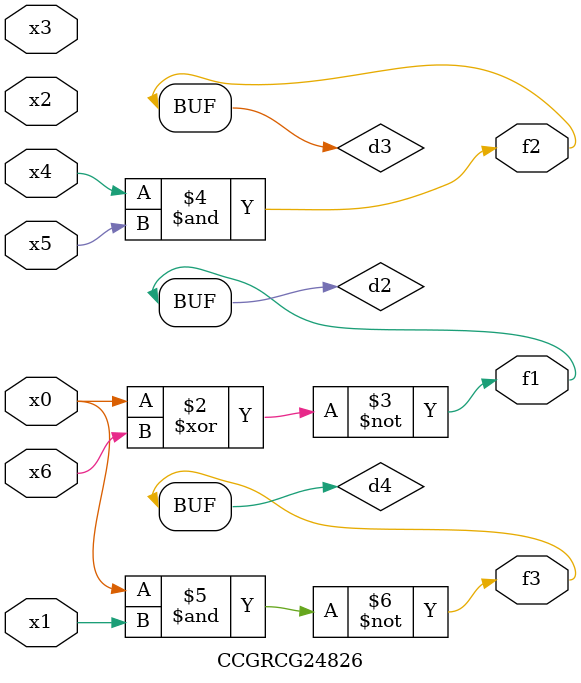
<source format=v>
module CCGRCG24826(
	input x0, x1, x2, x3, x4, x5, x6,
	output f1, f2, f3
);

	wire d1, d2, d3, d4;

	nor (d1, x0);
	xnor (d2, x0, x6);
	and (d3, x4, x5);
	nand (d4, x0, x1);
	assign f1 = d2;
	assign f2 = d3;
	assign f3 = d4;
endmodule

</source>
